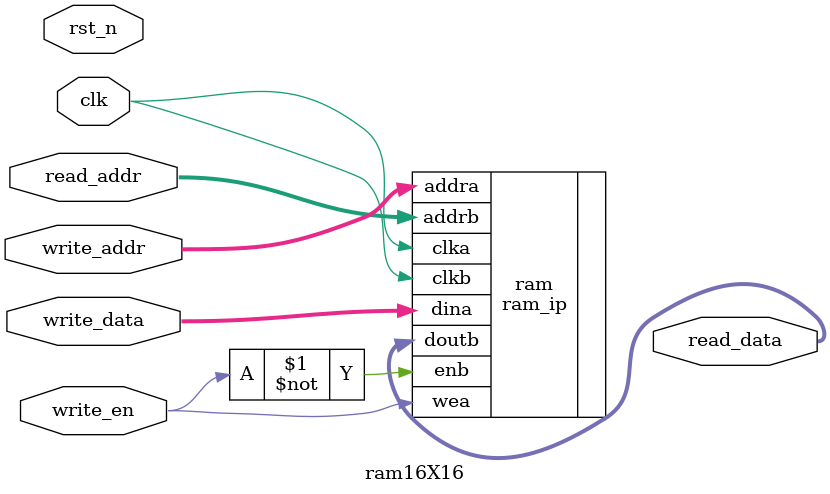
<source format=v>

module ram16X16
(
    clk,
    rst_n,
    write_en,
    write_addr,
    write_data,
    read_addr,
    read_data
);

    input clk;
    input rst_n;
    
    //about write
    input write_en;
    input [3:0] write_addr;
    input [15:0] write_data;
    
    //about read
    input [3:0] read_addr;
    
    
    /***********************************/
    
    /*
    output reg [15:0] read_data;
    
    reg [15:0] RAM [15:0];
    
    always @(posedge clk or negedge rst_n)
    begin
        if(!rst_n)
            read_data <= 16'd0;
        else if(write_en) //写操作优先
            RAM[write_addr] <= write_data;
        else
            read_data <= RAM[read_addr];
    end
    */
    
    /***********************************/
    
    
    output [15:0] read_data;
    
    ram_ip ram
    (
        .clka(clk),             // input clka
        .wea(write_en),         // input [0 : 0] wea
        .addra(write_addr),     // input [3 : 0] addra
        .dina(write_data),      // input [15 : 0] dina
        .clkb(clk),             // input clkb
        .enb(~write_en),        // input enb
        .addrb(read_addr),      // input [3 : 0] addrb
        .doutb(read_data)       // output [15 : 0] doutb
    );
    
    
endmodule



</source>
